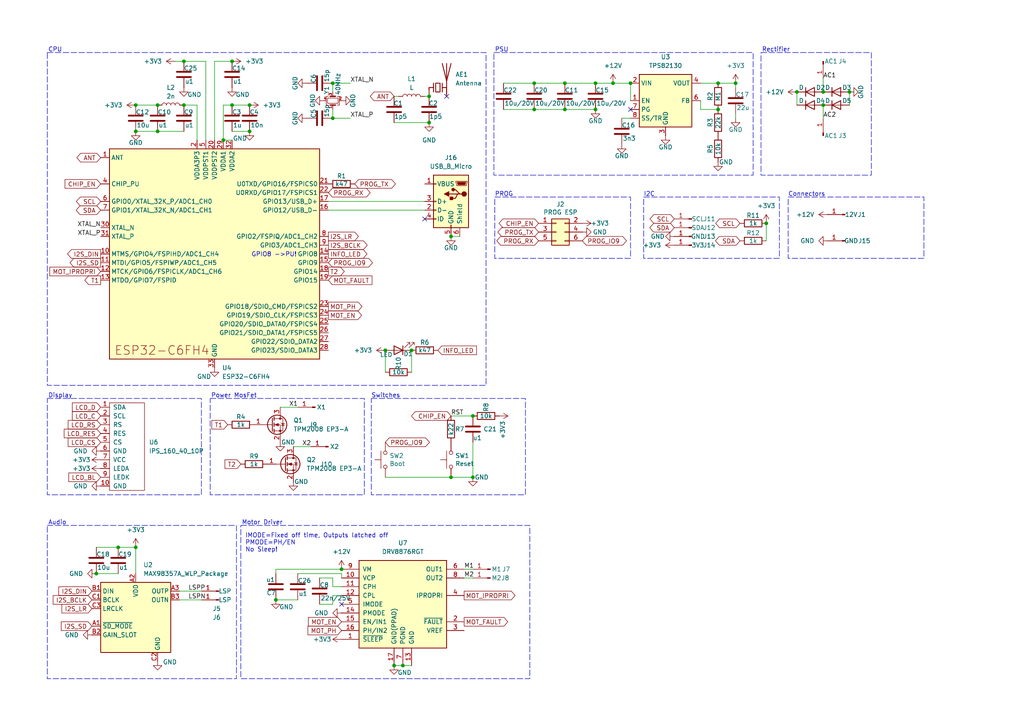
<source format=kicad_sch>
(kicad_sch (version 20231120) (generator "eeschema") (generator_version "8.0")
  (paper "A4")
  (junction (at 80.01 173.99))
  (junction (at 34.29 158.75))
  (junction (at 238.76 26.67))
  (junction (at 172.72 31.75))
  (junction (at 64.77 40.64))
  (junction (at 222.25 64.77))
  (junction (at 154.94 31.75))
  (junction (at 182.88 24.13))
  (junction (at 130.81 68.58))
  (junction (at 137.16 120.65))
  (junction (at 45.72 38.1))
  (junction (at 111.76 101.6))
  (junction (at 124.46 27.94))
  (junction (at 172.72 24.13))
  (junction (at 39.37 30.48))
  (junction (at 27.94 166.37))
  (junction (at 72.39 38.1))
  (junction (at 99.06 165.1))
  (junction (at 213.36 24.13))
  (junction (at 130.81 138.43))
  (junction (at 208.28 24.13))
  (junction (at 39.37 38.1))
  (junction (at 45.72 30.48))
  (junction (at 124.46 35.56))
  (junction (at 96.52 24.13))
  (junction (at 119.38 101.6))
  (junction (at 177.8 24.13))
  (junction (at 231.14 26.67))
  (junction (at 208.28 31.75))
  (junction (at 39.37 158.75))
  (junction (at 53.34 17.78))
  (junction (at 53.34 30.48))
  (junction (at 154.94 24.13))
  (junction (at 137.16 138.43))
  (junction (at 163.83 24.13))
  (junction (at 238.76 30.48))
  (junction (at 67.31 17.78))
  (junction (at 114.3 193.04))
  (junction (at 67.31 30.48))
  (junction (at 163.83 31.75))
  (junction (at 72.39 30.48))
  (junction (at 116.84 193.04))
  (junction (at 246.38 26.67))
  (junction (at 96.52 34.29))
  (no_connect (at 182.88 31.75))
  (no_connect (at 123.19 63.5))
  (no_connect (at 129.54 27.94))
  (no_connect (at 99.06 175.26))
  (wire (pts (xy 80.01 173.99) (xy 86.36 173.99)))
  (wire (pts (xy 163.83 31.75) (xy 172.72 31.75)))
  (wire (pts (xy 130.81 138.43) (xy 137.16 138.43)))
  (wire (pts (xy 133.35 68.58) (xy 130.81 68.58)))
  (wire (pts (xy 92.71 167.64) (xy 96.52 167.64)))
  (wire (pts (xy 177.8 24.13) (xy 182.88 24.13)))
  (wire (pts (xy 96.52 34.29) (xy 101.6 34.29)))
  (wire (pts (xy 137.16 167.64) (xy 134.62 167.64)))
  (wire (pts (xy 85.09 129.54) (xy 90.17 129.54)))
  (wire (pts (xy 96.52 24.13) (xy 101.6 24.13)))
  (wire (pts (xy 114.3 193.04) (xy 116.84 193.04)))
  (wire (pts (xy 182.88 24.13) (xy 182.88 29.21)))
  (wire (pts (xy 137.16 165.1) (xy 134.62 165.1)))
  (wire (pts (xy 62.23 40.64) (xy 62.23 17.78)))
  (wire (pts (xy 203.2 24.13) (xy 208.28 24.13)))
  (wire (pts (xy 64.77 40.64) (xy 67.31 40.64)))
  (wire (pts (xy 154.94 31.75) (xy 163.83 31.75)))
  (wire (pts (xy 67.31 38.1) (xy 72.39 38.1)))
  (wire (pts (xy 130.81 120.65) (xy 137.16 120.65)))
  (wire (pts (xy 39.37 30.48) (xy 45.72 30.48)))
  (wire (pts (xy 58.42 171.45) (xy 52.07 171.45)))
  (wire (pts (xy 27.94 166.37) (xy 34.29 166.37)))
  (wire (pts (xy 203.2 29.21) (xy 203.2 31.75)))
  (wire (pts (xy 146.05 31.75) (xy 154.94 31.75)))
  (wire (pts (xy 213.36 34.29) (xy 213.36 33.02)))
  (wire (pts (xy 231.14 26.67) (xy 231.14 30.48)))
  (wire (pts (xy 50.8 17.78) (xy 53.34 17.78)))
  (wire (pts (xy 57.15 30.48) (xy 57.15 40.64)))
  (wire (pts (xy 180.34 34.29) (xy 182.88 34.29)))
  (wire (pts (xy 59.69 40.64) (xy 59.69 17.78)))
  (wire (pts (xy 96.52 172.72) (xy 96.52 175.26)))
  (wire (pts (xy 208.28 24.13) (xy 213.36 24.13)))
  (wire (pts (xy 238.76 22.86) (xy 238.76 26.67)))
  (wire (pts (xy 57.15 30.48) (xy 53.34 30.48)))
  (wire (pts (xy 81.28 118.11) (xy 86.36 118.11)))
  (wire (pts (xy 99.06 172.72) (xy 96.52 172.72)))
  (wire (pts (xy 124.46 27.94) (xy 123.19 27.94)))
  (wire (pts (xy 203.2 31.75) (xy 208.28 31.75)))
  (wire (pts (xy 80.01 165.1) (xy 99.06 165.1)))
  (wire (pts (xy 58.42 173.99) (xy 52.07 173.99)))
  (wire (pts (xy 99.06 166.37) (xy 99.06 167.64)))
  (wire (pts (xy 80.01 166.37) (xy 80.01 165.1)))
  (wire (pts (xy 39.37 38.1) (xy 45.72 38.1)))
  (wire (pts (xy 111.76 101.6) (xy 111.76 107.95)))
  (wire (pts (xy 146.05 24.13) (xy 154.94 24.13)))
  (wire (pts (xy 34.29 158.75) (xy 27.94 158.75)))
  (wire (pts (xy 95.25 60.96) (xy 123.19 60.96)))
  (wire (pts (xy 86.36 166.37) (xy 99.06 166.37)))
  (wire (pts (xy 163.83 24.13) (xy 172.72 24.13)))
  (wire (pts (xy 67.31 30.48) (xy 72.39 30.48)))
  (wire (pts (xy 213.36 25.4) (xy 213.36 24.13)))
  (wire (pts (xy 111.76 138.43) (xy 130.81 138.43)))
  (wire (pts (xy 62.23 17.78) (xy 67.31 17.78)))
  (wire (pts (xy 119.38 101.6) (xy 119.38 107.95)))
  (wire (pts (xy 64.77 40.64) (xy 64.77 30.48)))
  (wire (pts (xy 96.52 170.18) (xy 96.52 167.64)))
  (wire (pts (xy 115.57 27.94) (xy 114.3 27.94)))
  (wire (pts (xy 154.94 24.13) (xy 163.83 24.13)))
  (wire (pts (xy 39.37 166.37) (xy 39.37 158.75)))
  (wire (pts (xy 45.72 38.1) (xy 53.34 38.1)))
  (wire (pts (xy 64.77 30.48) (xy 67.31 30.48)))
  (wire (pts (xy 222.25 64.77) (xy 222.25 69.85)))
  (wire (pts (xy 172.72 24.13) (xy 177.8 24.13)))
  (wire (pts (xy 92.71 175.26) (xy 96.52 175.26)))
  (wire (pts (xy 95.25 58.42) (xy 123.19 58.42)))
  (wire (pts (xy 238.76 34.29) (xy 238.76 30.48)))
  (wire (pts (xy 246.38 26.67) (xy 246.38 30.48)))
  (wire (pts (xy 96.52 26.67) (xy 96.52 24.13)))
  (wire (pts (xy 137.16 128.27) (xy 137.16 138.43)))
  (wire (pts (xy 116.84 193.04) (xy 119.38 193.04)))
  (wire (pts (xy 39.37 158.75) (xy 34.29 158.75)))
  (wire (pts (xy 96.52 34.29) (xy 96.52 31.75)))
  (wire (pts (xy 53.34 17.78) (xy 59.69 17.78)))
  (wire (pts (xy 99.06 170.18) (xy 96.52 170.18)))
  (wire (pts (xy 172.72 30.48) (xy 172.72 31.75)))
  (wire (pts (xy 124.46 35.56) (xy 114.3 35.56)))
  (rectangle (start 69.85 152.4) (end 153.67 196.85) (stroke (width 0) (type dash)))
  (rectangle (start 143.256 15.24) (end 218.44 50.8) (stroke (width 0) (type dash)))
  (rectangle (start 186.69 57.15) (end 226.06 74.93) (stroke (width 0) (type dash)))
  (rectangle (start 220.726 15.24) (end 252.73 50.8) (stroke (width 0) (type dash)))
  (rectangle (start 107.696 115.57) (end 152.4 143.51) (stroke (width 0) (type dash)))
  (rectangle (start 60.96 115.57) (end 105.664 143.51) (stroke (width 0) (type dash)))
  (rectangle (start 133.35 152.4) (end 133.35 152.4))
  (rectangle (start 13.716 115.57) (end 58.42 143.51) (stroke (width 0) (type dash)))
  (rectangle (start 13.716 152.4) (end 68.58 196.85) (stroke (width 0) (type dash)))
  (rectangle (start 13.716 15.24) (end 140.97 111.76) (stroke (width 0) (type dash)))
  (rectangle (start 228.6 57.15) (end 267.97 74.93) (stroke (width 0) (type dash)))
  (rectangle (start 143.51 57.15) (end 182.88 74.93) (stroke (width 0) (type dash)))
  (text "IMODE=Fixed off time, Outputs latched off\nPMODE=PH/EN\nNo Sleep!" (at 71.12 157.48 0) (effects (font (size 1.27 1.27)) (justify left)))
  (text "I2C" (at 186.69 57.15 0) (effects (font (size 1.27 1.27)) (justify left bottom)))
  (text "Rectifier" (at 220.98 15.24 0) (effects (font (size 1.27 1.27)) (justify left bottom)))
  (text "Connectors" (at 228.6 57.15 0) (effects (font (size 1.27 1.27)) (justify left bottom)))
  (text "PSU" (at 143.51 15.24 0) (effects (font (size 1.27 1.27)) (justify left bottom)))
  (text "CPU" (at 13.97 15.24 0) (effects (font (size 1.27 1.27)) (justify left bottom)))
  (text "Switches" (at 107.696 115.57 0) (effects (font (size 1.27 1.27)) (justify left bottom)))
  (text "Display" (at 13.97 115.57 0) (effects (font (size 1.27 1.27)) (justify left bottom)))
  (text "Audio" (at 13.97 152.4 0) (effects (font (size 1.27 1.27)) (justify left bottom)))
  (text "GPIO8 ->PU!" (at 79.502 73.914 0) (effects (font (size 1.27 1.27))))
  (text "Power MosFet" (at 61.214 115.57 0) (effects (font (size 1.27 1.27)) (justify left bottom)))
  (text "Motor Driver" (at 70.104 152.4 0) (effects (font (size 1.27 1.27)) (justify left bottom)))
  (text "PROG" (at 143.51 57.15 0) (effects (font (size 1.27 1.27)) (justify left bottom)))
  (label "M1" (at 134.62 165.1 0))
  (label "LSPP" (at 54.61 171.45 0))
  (label "XTAL_P" (at 101.6 34.29 0))
  (label "LSPN" (at 54.61 173.99 0))
  (label "AC2" (at 238.76 34.29 0))
  (label "RST" (at 130.81 120.65 0))
  (label "XTAL_N" (at 29.21 66.04 180))
  (label "X1" (at 83.82 118.11 0))
  (label "M2" (at 134.62 167.64 0))
  (label "X2" (at 87.63 129.54 0))
  (label "AC1" (at 238.76 22.86 0))
  (label "XTAL_P" (at 29.21 68.58 180))
  (label "XTAL_N" (at 101.6 24.13 0))
  (global_label "PROG_IO9" (shape bidirectional) (at 95.25 76.2 0) (property "Intersheetrefs" "${INTERSHEET_REFS}" (effects (hide yes))))
  (global_label "PROG_IO9" (shape bidirectional) (at 168.91 69.85 0) (property "Intersheetrefs" "${INTERSHEET_REFS}" (effects (hide yes))))
  (global_label "LCD_D" (shape input) (at 29.21 118.11 180) (property "Intersheetrefs" "${INTERSHEET_REFS}" (effects (hide yes))))
  (global_label "SCL" (shape bidirectional) (at 214.63 64.77 180) (property "Intersheetrefs" "${INTERSHEET_REFS}" (effects (hide yes))))
  (global_label "I2S_LR" (shape input) (at 26.67 176.53 180) (property "Intersheetrefs" "${INTERSHEET_REFS}" (effects (hide yes))))
  (global_label "CHIP_EN" (shape bidirectional) (at 130.81 120.65 180) (property "Intersheetrefs" "${INTERSHEET_REFS}" (effects (hide yes))))
  (global_label "SDA" (shape bidirectional) (at 214.63 69.85 180) (property "Intersheetrefs" "${INTERSHEET_REFS}" (effects (hide yes))))
  (global_label "I2S_DIN" (shape output) (at 29.21 73.66 180) (property "Intersheetrefs" "${INTERSHEET_REFS}" (effects (hide yes))))
  (global_label "CHIP_EN" (shape input) (at 29.21 53.34 180) (property "Intersheetrefs" "${INTERSHEET_REFS}" (effects (hide yes))))
  (global_label "T2" (shape output) (at 95.25 78.74 0) (property "Intersheetrefs" "${INTERSHEET_REFS}" (effects (hide yes))))
  (global_label "I2S_SD" (shape output) (at 29.21 76.2 180) (property "Intersheetrefs" "${INTERSHEET_REFS}" (effects (hide yes))))
  (global_label "PROG_IO9" (shape bidirectional) (at 111.76 128.27 0) (property "Intersheetrefs" "${INTERSHEET_REFS}" (effects (hide yes))))
  (global_label "MOT_FAULT" (shape input) (at 95.25 81.28 0) (property "Intersheetrefs" "${INTERSHEET_REFS}" (effects (hide yes))))
  (global_label "ANT" (shape bidirectional) (at 114.3 27.94 180) (property "Intersheetrefs" "${INTERSHEET_REFS}" (effects (hide yes))))
  (global_label "ANT" (shape bidirectional) (at 29.21 45.72 180) (property "Intersheetrefs" "${INTERSHEET_REFS}" (effects (hide yes))))
  (global_label "INFO_LED" (shape output) (at 95.25 73.66 0) (property "Intersheetrefs" "${INTERSHEET_REFS}" (effects (hide yes))))
  (global_label "I2S_BCLK" (shape input) (at 26.67 173.99 180) (property "Intersheetrefs" "${INTERSHEET_REFS}" (effects (hide yes))))
  (global_label "MOT_PH" (shape output) (at 95.25 88.9 0) (property "Intersheetrefs" "${INTERSHEET_REFS}" (effects (hide yes))))
  (global_label "SDA" (shape bidirectional) (at 29.21 60.96 180) (property "Intersheetrefs" "${INTERSHEET_REFS}" (effects (hide yes))))
  (global_label "MOT_IPROPRI" (shape output) (at 134.62 172.72 0) (property "Intersheetrefs" "${INTERSHEET_REFS}" (effects (hide yes))))
  (global_label "LCD_BL" (shape input) (at 29.21 138.43 180) (property "Intersheetrefs" "${INTERSHEET_REFS}" (effects (hide yes))))
  (global_label "MOT_IPROPRI" (shape input) (at 29.21 78.74 180) (property "Intersheetrefs" "${INTERSHEET_REFS}" (effects (hide yes))))
  (global_label "INFO_LED" (shape input) (at 127 101.6 0) (property "Intersheetrefs" "${INTERSHEET_REFS}" (effects (hide yes))))
  (global_label "T2" (shape input) (at 69.85 134.62 180) (property "Intersheetrefs" "${INTERSHEET_REFS}" (effects (hide yes))))
  (global_label "LCD_C" (shape input) (at 29.21 120.65 180) (property "Intersheetrefs" "${INTERSHEET_REFS}" (effects (hide yes))))
  (global_label "LCD_RES" (shape input) (at 29.21 125.73 180) (property "Intersheetrefs" "${INTERSHEET_REFS}" (effects (hide yes))))
  (global_label "MOT_FAULT" (shape output) (at 134.62 180.34 0) (property "Intersheetrefs" "${INTERSHEET_REFS}" (effects (hide yes))))
  (global_label "SCL" (shape bidirectional) (at 195.58 63.5 180) (property "Intersheetrefs" "${INTERSHEET_REFS}" (effects (hide yes))))
  (global_label "I2S_SD" (shape input) (at 26.67 181.61 180) (property "Intersheetrefs" "${INTERSHEET_REFS}" (effects (hide yes))))
  (global_label "I2S_DIN" (shape input) (at 26.67 171.45 180) (property "Intersheetrefs" "${INTERSHEET_REFS}" (effects (hide yes))))
  (global_label "MOT_PH" (shape input) (at 99.06 182.88 180) (property "Intersheetrefs" "${INTERSHEET_REFS}" (effects (hide yes))))
  (global_label "SDA" (shape bidirectional) (at 195.58 66.04 180) (property "Intersheetrefs" "${INTERSHEET_REFS}" (effects (hide yes))))
  (global_label "T1" (shape input) (at 66.04 123.19 180) (property "Intersheetrefs" "${INTERSHEET_REFS}" (effects (hide yes))))
  (global_label "SCL" (shape bidirectional) (at 29.21 58.42 180) (property "Intersheetrefs" "${INTERSHEET_REFS}" (effects (hide yes))))
  (global_label "PROG_RX" (shape bidirectional) (at 156.21 69.85 180) (property "Intersheetrefs" "${INTERSHEET_REFS}" (effects (hide yes))))
  (global_label "LCD_RS" (shape input) (at 29.21 123.19 180) (property "Intersheetrefs" "${INTERSHEET_REFS}" (effects (hide yes))))
  (global_label "I2S_BCLK" (shape output) (at 95.25 71.12 0) (property "Intersheetrefs" "${INTERSHEET_REFS}" (effects (hide yes))))
  (global_label "I2S_LR" (shape output) (at 95.25 68.58 0) (property "Intersheetrefs" "${INTERSHEET_REFS}" (effects (hide yes))))
  (global_label "CHIP_EN" (shape bidirectional) (at 156.21 64.77 180) (property "Intersheetrefs" "${INTERSHEET_REFS}" (effects (hide yes))))
  (global_label "MOT_EN" (shape input) (at 99.06 180.34 180) (property "Intersheetrefs" "${INTERSHEET_REFS}" (effects (hide yes))))
  (global_label "PROG_TX" (shape bidirectional) (at 156.21 67.31 180) (property "Intersheetrefs" "${INTERSHEET_REFS}" (effects (hide yes))))
  (global_label "LCD_CS" (shape input) (at 29.21 128.27 180) (property "Intersheetrefs" "${INTERSHEET_REFS}" (effects (hide yes))))
  (global_label "PROG_TX" (shape bidirectional) (at 102.87 53.34 0) (property "Intersheetrefs" "${INTERSHEET_REFS}" (effects (hide yes))))
  (global_label "PROG_RX" (shape bidirectional) (at 95.25 55.88 0) (property "Intersheetrefs" "${INTERSHEET_REFS}" (effects (hide yes))))
  (global_label "MOT_EN" (shape output) (at 95.25 91.44 0) (property "Intersheetrefs" "${INTERSHEET_REFS}" (effects (hide yes))))
  (global_label "T1" (shape output) (at 29.21 81.28 180) (property "Intersheetrefs" "${INTERSHEET_REFS}" (effects (hide yes))))
  (symbol (lib_id "power:GND") (at 246.38 26.67 90) (unit 1)
    (property "Reference" "#PWR02" (effects (hide yes)))
    (property "Value" "GND" (at 249.682 26.67 0))
    (property "Description" "Power symbol creates a global label with name \"GND\" , ground" (effects (hide yes)))
  )
  (symbol (lib_id "power:+3V3") (at 39.37 30.48 90) (unit 1)
    (property "Reference" "#PWR012" (effects (hide yes)))
    (property "Value" "+3V3" (at 35.56 30.4799 90) (effects (justify left)))
    (property "Description" "Power symbol creates a global label with name \"+3V3\"" (effects (hide yes)))
  )
  (symbol (lib_id "power:+3V3") (at 29.21 133.35 90) (unit 1)
    (property "Reference" "#PWR047" (effects (hide yes)))
    (property "Value" "+3V3" (at 23.622 133.35 90))
    (property "Description" "Power symbol creates a global label with name \"+3V3\"" (effects (hide yes)))
  )
  (symbol (lib_id "power:GND") (at 130.81 68.58 0) (unit 1)
    (property "Reference" "#PWR030" (effects (hide yes)))
    (property "Value" "GND" (at 130.81 71.882 0))
    (property "Description" "Power symbol creates a global label with name \"GND\" , ground" (effects (hide yes)))
  )
  (symbol (lib_id "Device:D") (at 242.57 26.67 0) (unit 1)
    (property "Reference" "D3" (at 245.618 25.4 0))
    (property "Value" "D" (at 240.03 25.4 0))
    (property "Footprint" "liebler_SEMICONDUCTORS:D_SOD-123F_smaller" (effects (hide yes)))
    (property "Description" "Diode" (effects (hide yes)))
    (property "Sim.Device" "D" (effects (hide yes)))
    (property "Sim.Pins" "1=K 2=A" (effects (hide yes)))
  )
  (symbol (lib_id "Device:D") (at 242.57 30.48 0) (unit 1)
    (property "Reference" "D5" (at 245.618 29.21 0))
    (property "Value" "D" (at 240.03 29.21 0))
    (property "Footprint" "liebler_SEMICONDUCTORS:D_SOD-123F_smaller" (effects (hide yes)))
    (property "Description" "Diode" (effects (hide yes)))
    (property "Sim.Device" "D" (effects (hide yes)))
    (property "Sim.Pins" "1=K 2=A" (effects (hide yes)))
  )
  (symbol (lib_id "power:GND") (at 39.37 38.1 0) (unit 1)
    (property "Reference" "#PWR010" (effects (hide yes)))
    (property "Value" "GND" (at 39.37 41.402 0))
    (property "Description" "Power symbol creates a global label with name \"GND\" , ground" (effects (hide yes)))
  )
  (symbol (lib_id "liebler_SEMICONDUCTORS:MAX98357A_WLP_Package") (at 39.37 179.07 0) (unit 1)
    (property "Reference" "U2" (at 41.5641 163.83 0) (effects (justify left)))
    (property "Value" "MAX98357A_WLP_Package" (at 41.5641 166.37 0) (effects (justify left)))
    (property "Footprint" "Package_BGA:WLP-9_1.448x1.468mm_Layout3x3_P0.4mm_Ball0.27mm_Pad0.25mm" (effects (hide yes)))
    (property "Datasheet" "https://www.analog.com/media/en/technical-documentation/data-sheets/MAX98357A-MAX98357B.pdf" (effects (hide yes)))
    (property "Description" "Mono DAC with amplifier, I2S, PCM, TDM, 32-bit, 96khz, 3.2W, TQFP-16" (effects (hide yes)))
  )
  (symbol (lib_id "power:GND") (at 99.06 177.8 270) (unit 1)
    (property "Reference" "#PWR021" (effects (hide yes)))
    (property "Value" "GND" (at 95.25 177.7999 90) (effects (justify right)))
    (property "Description" "Power symbol creates a global label with name \"GND\" , ground" (effects (hide yes)))
  )
  (symbol (lib_id "Connector:Conn_01x01_Pin") (at 238.76 39.37 90) (unit 1)
    (property "Reference" "J3" (at 244.348 39.37 90))
    (property "Value" "AC1" (at 241.046 39.37 90))
    (property "Footprint" "Connector_Wire:SolderWirePad_1x01_SMD_1x2mm" (effects (hide yes)))
    (property "Description" "Generic connector, single row, 01x01, script generated" (effects (hide yes)))
  )
  (symbol (lib_id "Device:C") (at 67.31 21.59 0) (unit 1)
    (property "Reference" "C14" (at 67.31 19.812 0) (effects (justify left)))
    (property "Value" "u1" (at 67.564 23.622 0) (effects (justify left)))
    (property "Footprint" "liebler_PASSIVES:SMD0201" (effects (hide yes)))
    (property "Description" "Unpolarized capacitor" (effects (hide yes)))
  )
  (symbol (lib_id "Device:D") (at 234.95 30.48 0) (unit 1)
    (property "Reference" "D4" (at 237.998 29.21 0))
    (property "Value" "D" (at 232.41 29.21 0))
    (property "Footprint" "liebler_SEMICONDUCTORS:D_SOD-123F_smaller" (effects (hide yes)))
    (property "Description" "Diode" (effects (hide yes)))
    (property "Sim.Device" "D" (effects (hide yes)))
    (property "Sim.Pins" "1=K 2=A" (effects (hide yes)))
  )
  (symbol (lib_id "power:+12V") (at 231.14 26.67 90) (unit 1)
    (property "Reference" "#PWR029" (effects (hide yes)))
    (property "Value" "+12V" (at 227.33 26.6699 90) (effects (justify left)))
    (property "Description" "Power symbol creates a global label with name \"+12V\"" (effects (hide yes)))
  )
  (symbol (lib_id "power:+3V3") (at 222.25 64.77 0) (unit 1)
    (property "Reference" "#PWR014" (effects (hide yes)))
    (property "Value" "+3V3" (at 222.25 59.69 0))
    (property "Description" "Power symbol creates a global label with name \"+3V3\"" (effects (hide yes)))
  )
  (symbol (lib_id "Connector:Conn_01x01_Pin") (at 142.24 165.1 180) (unit 1)
    (property "Reference" "J7" (at 146.812 165.1 0))
    (property "Value" "M1" (at 144.018 165.1 0))
    (property "Footprint" "Connector_Wire:SolderWirePad_1x01_SMD_1x2mm" (effects (hide yes)))
    (property "Description" "Generic connector, single row, 01x01, script generated" (effects (hide yes)))
  )
  (symbol (lib_id "Device:R") (at 123.19 101.6 90) (unit 1)
    (property "Reference" "R6" (at 123.19 99.314 90))
    (property "Value" "k47" (at 123.19 101.6 90))
    (property "Footprint" "liebler_PASSIVES:SMD0201" (effects (hide yes)))
    (property "Description" "Resistor" (effects (hide yes)))
  )
  (symbol (lib_id "Device:C") (at 92.71 24.13 90) (unit 1)
    (property "Reference" "C6" (at 90.932 24.13 0) (effects (justify left)))
    (property "Value" "15p" (at 94.742 23.876 0) (effects (justify left)))
    (property "Footprint" "liebler_PASSIVES:SMD0201" (effects (hide yes)))
    (property "Description" "Unpolarized capacitor" (effects (hide yes)))
  )
  (symbol (lib_id "Connector:Conn_01x01_Pin") (at 63.5 171.45 180) (unit 1)
    (property "Reference" "J5" (at 62.865 176.53 0))
    (property "Value" "LSP" (at 65.278 171.45 0))
    (property "Footprint" "Connector_Wire:SolderWirePad_1x01_SMD_1x2mm" (effects (hide yes)))
    (property "Description" "Generic connector, single row, 01x01, script generated" (effects (hide yes)))
  )
  (symbol (lib_id "Device:C") (at 172.72 27.94 0) (unit 1)
    (property "Reference" "C15" (at 172.72 26.162 0) (effects (justify left)))
    (property "Value" "10u/20V" (at 172.974 29.972 0) (effects (justify left)))
    (property "Footprint" "liebler_PASSIVES:SMD0402" (effects (hide yes)))
    (property "Description" "Unpolarized capacitor" (effects (hide yes)))
  )
  (symbol (lib_id "power:GND") (at 93.98 29.21 270) (unit 1)
    (property "Reference" "#PWR06" (effects (hide yes)))
    (property "Value" "GND" (at 90.678 29.21 0))
    (property "Description" "Power symbol creates a global label with name \"GND\" , ground" (effects (hide yes)))
  )
  (symbol (lib_id "power:GND") (at 172.72 31.75 0) (unit 1)
    (property "Reference" "#PWR027" (effects (hide yes)))
    (property "Value" "GND" (at 172.72 35.052 0))
    (property "Description" "Power symbol creates a global label with name \"GND\" , ground" (effects (hide yes)))
  )
  (symbol (lib_id "Switch:SW_Push") (at 130.81 133.35 90) (unit 1)
    (property "Reference" "SW1" (at 132.0292 132.1816 90) (effects (justify right)))
    (property "Value" "Reset" (at 132.0292 134.493 90) (effects (justify right)))
    (property "Footprint" "liebler_MECH:SW_SPST_TL3342_smaller_handsolder" (effects (hide yes)))
  )
  (symbol (lib_id "Device:Crystal_GND24_Small") (at 96.52 29.21 90) (unit 1)
    (property "Reference" "Y1" (at 94.742 26.162 0))
    (property "Value" "40MHz" (at 98.044 24.384 0))
    (property "Footprint" "Crystal:Crystal_SMD_2016-4Pin_2.0x1.6mm" (effects (hide yes)))
    (property "Datasheet" "C7294703" (effects (hide yes)))
    (property "Description" "Four pin crystal, GND on pins 2 and 4, small symbol" (effects (hide yes)))
  )
  (symbol (lib_id "Connector:Conn_01x01_Pin") (at 200.66 68.58 180) (unit 1)
    (property "Reference" "J13" (at 205.74 68.58 0))
    (property "Value" "GND" (at 202.438 68.58 0))
    (property "Footprint" "Connector_Wire:SolderWirePad_1x01_SMD_1x2mm" (effects (hide yes)))
    (property "Description" "Generic connector, single row, 01x01, script generated" (effects (hide yes)))
  )
  (symbol (lib_id "power:GND") (at 240.03 69.85 270) (unit 1)
    (property "Reference" "#PWR042" (effects (hide yes)))
    (property "Value" "GND" (at 236.22 69.8499 90) (effects (justify right)))
    (property "Description" "Power symbol creates a global label with name \"GND\" , ground" (effects (hide yes)))
  )
  (symbol (lib_id "Device:C") (at 92.71 34.29 90) (unit 1)
    (property "Reference" "C5" (at 90.932 34.29 0) (effects (justify left)))
    (property "Value" "15p" (at 94.742 34.036 0) (effects (justify left)))
    (property "Footprint" "liebler_PASSIVES:SMD0201" (effects (hide yes)))
    (property "Description" "Unpolarized capacitor" (effects (hide yes)))
  )
  (symbol (lib_id "Device:C") (at 72.39 34.29 0) (unit 1)
    (property "Reference" "C4" (at 72.39 32.512 0) (effects (justify left)))
    (property "Value" "10n" (at 72.644 36.322 0) (effects (justify left)))
    (property "Footprint" "liebler_PASSIVES:SMD0201" (effects (hide yes)))
    (property "Description" "Unpolarized capacitor" (effects (hide yes)))
  )
  (symbol (lib_id "power:GND") (at 195.58 68.58 270) (unit 1)
    (property "Reference" "#PWR011" (effects (hide yes)))
    (property "Value" "GND" (at 190.754 68.58 90))
    (property "Description" "Power symbol creates a global label with name \"GND\" , ground" (effects (hide yes)))
  )
  (symbol (lib_id "Connector:Conn_01x01_Pin") (at 95.25 129.54 180) (unit 1)
    (property "Reference" "J10" (at 94.615 134.62 0))
    (property "Value" "X2" (at 97.028 129.54 0))
    (property "Footprint" "Connector_Wire:SolderWirePad_1x01_SMD_1x2mm" (effects (hide yes)))
    (property "Description" "Generic connector, single row, 01x01, script generated" (effects (hide yes)))
  )
  (symbol (lib_id "power:GND") (at 137.16 138.43 0) (unit 1)
    (property "Reference" "#PWR024" (effects (hide yes)))
    (property "Value" "GND" (at 139.7 138.43 0))
    (property "Description" "Power symbol creates a global label with name \"GND\" , ground" (effects (hide yes)))
  )
  (symbol (lib_id "Device:R") (at 73.66 134.62 90) (unit 1)
    (property "Reference" "R9" (at 73.66 132.334 90))
    (property "Value" "1k" (at 73.66 134.62 90))
    (property "Footprint" "liebler_PASSIVES:SMD0201" (effects (hide yes)))
    (property "Description" "Resistor" (effects (hide yes)))
  )
  (symbol (lib_id "Device:L") (at 49.53 30.48 90) (unit 1)
    (property "Reference" "L2" (at 49.53 25.4 90))
    (property "Value" "2n" (at 49.53 27.94 90))
    (property "Footprint" "liebler_PASSIVES:SMD0201" (effects (hide yes)))
    (property "Description" "Inductor" (effects (hide yes)))
  )
  (symbol (lib_id "Device:R") (at 130.81 124.46 180) (unit 1)
    (property "Reference" "R7" (at 133.35 124.46 0))
    (property "Value" "k22" (at 130.81 124.46 90))
    (property "Footprint" "liebler_PASSIVES:SMD0201" (effects (hide yes)))
  )
  (symbol (lib_id "Device:C") (at 180.34 38.1 0) (unit 1)
    (property "Reference" "C16" (at 180.34 36.322 0) (effects (justify left)))
    (property "Value" "3n3" (at 180.594 40.132 0) (effects (justify left)))
    (property "Footprint" "liebler_PASSIVES:SMD0201" (effects (hide yes)))
    (property "Description" "Unpolarized capacitor" (effects (hide yes)))
  )
  (symbol (lib_id "Device:L") (at 119.38 27.94 270) (mirror x) (unit 1)
    (property "Reference" "L1" (at 119.38 22.86 90))
    (property "Value" "L" (at 119.38 25.4 90))
    (property "Footprint" "liebler_PASSIVES:SMD0201" (effects (hide yes)))
    (property "Description" "Inductor" (effects (hide yes)))
  )
  (symbol (lib_id "Device:C") (at 163.83 27.94 0) (unit 1)
    (property "Reference" "C11" (at 163.83 26.162 0) (effects (justify left)))
    (property "Value" "10u/20V" (at 164.084 29.972 0) (effects (justify left)))
    (property "Footprint" "Capacitor_SMD:C_0805_2012Metric" (effects (hide yes)))
    (property "Description" "Unpolarized capacitor" (effects (hide yes)))
  )
  (symbol (lib_id "Connector:Conn_01x01_Pin") (at 200.66 63.5 180) (unit 1)
    (property "Reference" "J11" (at 205.74 63.5 0))
    (property "Value" "SCL" (at 202.438 63.5 0))
    (property "Footprint" "Connector_Wire:SolderWirePad_1x01_SMD_1x2mm" (effects (hide yes)))
    (property "Description" "Generic connector, single row, 01x01, script generated" (effects (hide yes)))
  )
  (symbol (lib_id "Connector:Conn_01x01_Pin") (at 200.66 71.12 180) (unit 1)
    (property "Reference" "J14" (at 205.74 71.12 0))
    (property "Value" "3V3" (at 202.438 71.12 0))
    (property "Footprint" "Connector_Wire:SolderWirePad_1x01_SMD_1x2mm" (effects (hide yes)))
    (property "Description" "Generic connector, single row, 01x01, script generated" (effects (hide yes)))
  )
  (symbol (lib_id "Device:C") (at 114.3 31.75 0) (mirror y) (unit 1)
    (property "Reference" "C1" (at 116.84 29.972 0) (effects (justify left)))
    (property "Value" "1p5" (at 118.11 33.782 0) (effects (justify left)))
    (property "Footprint" "liebler_PASSIVES:SMD0201" (effects (hide yes)))
    (property "Description" "Unpolarized capacitor" (effects (hide yes)))
  )
  (symbol (lib_id "power:+3V3") (at 111.76 101.6 90) (unit 1)
    (property "Reference" "#PWR034" (effects (hide yes)))
    (property "Value" "+3V3" (at 107.95 101.5999 90) (effects (justify left)))
    (property "Description" "Power symbol creates a global label with name \"+3V3\"" (effects (hide yes)))
  )
  (symbol (lib_id "Device:R") (at 140.97 120.65 270) (unit 1)
    (property "Reference" "R8" (at 140.97 118.11 0))
    (property "Value" "10k" (at 140.97 120.65 90))
    (property "Footprint" "liebler_PASSIVES:SMD0201" (effects (hide yes)))
  )
  (symbol (lib_id "Espressif:ESP32-C6FH4") (at 62.23 73.66 0) (unit 1)
    (property "Reference" "U4" (at 64.4241 106.68 0) (effects (justify left)))
    (property "Value" "ESP32-C6FH4" (at 64.4241 109.22 0) (effects (justify left)))
    (property "Footprint" "Package_DFN_QFN:QFN-32-1EP_5x5mm_P0.5mm_EP3.6x3.6mm" (effects (hide yes)))
    (property "Datasheet" "https://www.espressif.com/sites/default/files/documentation/esp32-c6_datasheet_en.pdf" (effects (hide yes)))
    (property "Description" "ESP32-C6, ultra-low-power SoC with RISC-V single-core microprocessor,2.4 GHz Wi-Fi 6 (802.11 ax), Bluetooth 5 (LE), Zigbee and Thread (802.15.4),QFN-32" (effects (hide yes)))
  )
  (symbol (lib_id "Device:R") (at 208.28 43.18 180) (unit 1)
    (property "Reference" "R5" (at 205.994 43.18 90))
    (property "Value" "10k" (at 208.28 43.18 90))
    (property "Footprint" "liebler_PASSIVES:SMD0201" (effects (hide yes)))
    (property "Description" "Resistor" (effects (hide yes)))
  )
  (symbol (lib_id "power:GND") (at 114.3 193.04 0) (unit 1)
    (property "Reference" "#PWR019" (effects (hide yes)))
    (property "Value" "GND" (at 117.348 195.072 0))
    (property "Description" "Power symbol creates a global label with name \"GND\" , ground" (effects (hide yes)))
  )
  (symbol (lib_id "liebler_SEMICONDUCTORS:DRV8876RGT") (at 116.84 175.26 0) (unit 1)
    (property "Reference" "U7" (at 116.84 157.48 0))
    (property "Value" "DRV8876RGT" (at 116.84 160.02 0))
    (property "Footprint" "Package_DFN_QFN:UQFN-16-1EP_3x3mm_P0.5mm_EP1.75x1.75mm" (effects (hide yes)))
    (property "Datasheet" "https://www.ti.com/product/de-de/DRV8876" (effects (hide yes)))
    (property "Description" "H-Bridge Motor Driver, WQFN-16" (effects (hide yes)))
  )
  (symbol (lib_id "Device:D") (at 234.95 26.67 0) (unit 1)
    (property "Reference" "D2" (at 237.998 25.4 0))
    (property "Value" "D" (at 232.41 25.4 0))
    (property "Footprint" "liebler_SEMICONDUCTORS:D_SOD-123F_smaller" (effects (hide yes)))
    (property "Description" "Diode" (effects (hide yes)))
    (property "Sim.Device" "D" (effects (hide yes)))
    (property "Sim.Pins" "1=K 2=A" (effects (hide yes)))
  )
  (symbol (lib_id "Connector:Conn_01x01_Pin") (at 245.11 69.85 180) (unit 1)
    (property "Reference" "J15" (at 250.698 69.85 0))
    (property "Value" "GND" (at 246.888 69.85 0))
    (property "Footprint" "Connector_Wire:SolderWirePad_1x01_SMD_1x2mm" (effects (hide yes)))
    (property "Description" "Generic connector, single row, 01x01, script generated" (effects (hide yes)))
  )
  (symbol (lib_id "power:GND") (at 124.46 35.56 0) (mirror y) (unit 1)
    (property "Reference" "#PWR01" (effects (hide yes)))
    (property "Value" "GND" (at 124.46 40.64 0))
    (property "Description" "Power symbol creates a global label with name \"GND\" , ground" (effects (hide yes)))
  )
  (symbol (lib_id "power:GND") (at 80.01 173.99 0) (unit 1)
    (property "Reference" "#PWR020" (effects (hide yes)))
    (property "Value" "GND" (at 83.058 176.022 0))
    (property "Description" "Power symbol creates a global label with name \"GND\" , ground" (effects (hide yes)))
  )
  (symbol (lib_id "power:+3V3") (at 99.06 185.42 90) (unit 1)
    (property "Reference" "#PWR022" (effects (hide yes)))
    (property "Value" "+3V3" (at 93.472 185.42 90))
    (property "Description" "Power symbol creates a global label with name \"+3V3\"" (effects (hide yes)))
  )
  (symbol (lib_id "Device:R") (at 69.85 123.19 90) (unit 1)
    (property "Reference" "R4" (at 69.85 120.904 90))
    (property "Value" "1k" (at 69.85 123.19 90))
    (property "Footprint" "liebler_PASSIVES:SMD0201" (effects (hide yes)))
    (property "Description" "Resistor" (effects (hide yes)))
  )
  (symbol (lib_id "Connector:Conn_01x01_Pin") (at 200.66 66.04 180) (unit 1)
    (property "Reference" "J12" (at 205.74 66.04 0))
    (property "Value" "SDA" (at 202.438 66.04 0))
    (property "Footprint" "Connector_Wire:SolderWirePad_1x01_SMD_1x2mm" (effects (hide yes)))
    (property "Description" "Generic connector, single row, 01x01, script generated" (effects (hide yes)))
  )
  (symbol (lib_id "Device:R") (at 99.06 53.34 90) (unit 1)
    (property "Reference" "R1" (at 99.06 51.054 90))
    (property "Value" "k47" (at 99.06 53.34 90))
    (property "Footprint" "liebler_PASSIVES:SMD0201" (effects (hide yes)))
    (property "Description" "Resistor" (effects (hide yes)))
  )
  (symbol (lib_id "Device:C") (at 213.36 29.21 0) (unit 1)
    (property "Reference" "C17" (at 213.36 27.432 0) (effects (justify left)))
    (property "Value" "22u" (at 213.614 31.242 0) (effects (justify left)))
    (property "Footprint" "liebler_PASSIVES:SMD0402" (effects (hide yes)))
    (property "Description" "Unpolarized capacitor" (effects (hide yes)))
  )
  (symbol (lib_id "Connector:USB_B_Micro") (at 130.81 58.42 0) (mirror y) (unit 1)
    (property "Reference" "J16" (at 130.81 45.72 0))
    (property "Value" "USB_B_Micro" (at 130.81 48.26 0))
    (property "Footprint" "Connector_USB:USB_Micro-B_Amphenol_10104110_Horizontal" (effects (hide yes)))
    (property "Description" "USB Micro Type B connector" (effects (hide yes)))
  )
  (symbol (lib_id "power:GND") (at 193.04 39.37 0) (unit 1)
    (property "Reference" "#PWR018" (effects (hide yes)))
    (property "Value" "GND" (at 193.04 42.672 0))
    (property "Description" "Power symbol creates a global label with name \"GND\" , ground" (effects (hide yes)))
  )
  (symbol (lib_id "Device:C") (at 80.01 170.18 180) (unit 1)
    (property "Reference" "C7" (at 80.01 171.958 0) (effects (justify left)))
    (property "Value" "u1" (at 79.756 168.148 0) (effects (justify left)))
    (property "Footprint" "liebler_PASSIVES:SMD0201" (effects (hide yes)))
    (property "Description" "Unpolarized capacitor" (effects (hide yes)))
  )
  (symbol (lib_id "Device:C") (at 86.36 170.18 0) (unit 1)
    (property "Reference" "C26" (at 86.36 168.402 0) (effects (justify left)))
    (property "Value" "u1" (at 86.614 172.212 0) (effects (justify left)))
    (property "Footprint" "liebler_PASSIVES:SMD0201" (effects (hide yes)))
    (property "Description" "Unpolarized capacitor" (effects (hide yes)))
  )
  (symbol (lib_id "power:+3V3") (at 168.91 64.77 270) (unit 1)
    (property "Reference" "#PWR025" (effects (hide yes)))
    (property "Value" "+3V3" (at 173.99 64.77 90))
    (property "Description" "Power symbol creates a global label with name \"+3V3\"" (effects (hide yes)))
  )
  (symbol (lib_id "power:+3V3") (at 50.8 17.78 90) (unit 1)
    (property "Reference" "#PWR033" (effects (hide yes)))
    (property "Value" "+3V3" (at 46.99 17.7799 90) (effects (justify left)))
    (property "Description" "Power symbol creates a global label with name \"+3V3\"" (effects (hide yes)))
  )
  (symbol (lib_id "Device:R") (at 208.28 27.94 180) (unit 1)
    (property "Reference" "R2" (at 205.994 27.94 90))
    (property "Value" "M1" (at 208.28 27.94 90))
    (property "Footprint" "liebler_PASSIVES:SMD0201" (effects (hide yes)))
    (property "Description" "Resistor" (effects (hide yes)))
  )
  (symbol (lib_id "power:GND") (at 88.9 24.13 270) (unit 1)
    (property "Reference" "#PWR09" (effects (hide yes)))
    (property "Value" "GND" (at 85.598 24.13 0))
    (property "Description" "Power symbol creates a global label with name \"GND\" , ground" (effects (hide yes)))
  )
  (symbol (lib_id "power:GND") (at 26.67 184.15 270) (unit 1)
    (property "Reference" "#PWR040" (effects (hide yes)))
    (property "Value" "GND" (at 22.86 184.1499 90) (effects (justify right)))
    (property "Description" "Power symbol creates a global label with name \"GND\" , ground" (effects (hide yes)))
  )
  (symbol (lib_id "Device:R") (at 218.44 64.77 90) (unit 1)
    (property "Reference" "R11" (at 218.44 62.484 90))
    (property "Value" "1k" (at 218.44 64.77 90))
    (property "Footprint" "liebler_PASSIVES:SMD0201" (effects (hide yes)))
    (property "Description" "Resistor" (effects (hide yes)))
  )
  (symbol (lib_id "Connector_Generic:Conn_02x03_Odd_Even") (at 161.29 67.31 0) (unit 1)
    (property "Reference" "J2" (at 162.56 59.2582 0))
    (property "Value" "PROG ESP" (at 162.56 61.5696 0))
    (property "Footprint" "Connector:Tag-Connect_TC2030-IDC-NL_2x03_P1.27mm_Vertical" (effects (hide yes)))
  )
  (symbol (lib_id "power:GND") (at 99.06 29.21 90) (unit 1)
    (property "Reference" "#PWR07" (effects (hide yes)))
    (property "Value" "GND" (at 102.362 29.21 0))
    (property "Description" "Power symbol creates a global label with name \"GND\" , ground" (effects (hide yes)))
  )
  (symbol (lib_id "power:GND") (at 208.28 46.99 0) (unit 1)
    (property "Reference" "#PWR013" (effects (hide yes)))
    (property "Value" "GND" (at 210.566 46.99 0))
    (property "Description" "Power symbol creates a global label with name \"GND\" , ground" (effects (hide yes)))
  )
  (symbol (lib_id "power:+3V3") (at 144.78 120.65 270) (unit 1)
    (property "Reference" "#PWR023" (effects (hide yes)))
    (property "Value" "+3V3" (at 145.796 124.714 0))
    (property "Description" "Power symbol creates a global label with name \"+3V3\"" (effects (hide yes)))
  )
  (symbol (lib_id "power:+3V3") (at 195.58 71.12 90) (unit 1)
    (property "Reference" "#PWR050" (effects (hide yes)))
    (property "Value" "+3V3" (at 191.77 71.1199 90) (effects (justify left)))
    (property "Description" "Power symbol creates a global label with name \"+3V3\"" (effects (hide yes)))
  )
  (symbol (lib_id "Device:C") (at 27.94 162.56 0) (unit 1)
    (property "Reference" "C18" (at 27.94 160.782 0) (effects (justify left)))
    (property "Value" "10u" (at 28.194 164.592 0) (effects (justify left)))
    (property "Footprint" "liebler_PASSIVES:SMD0402" (effects (hide yes)))
    (property "Description" "Unpolarized capacitor" (effects (hide yes)))
  )
  (symbol (lib_id "power:+12V") (at 99.06 165.1 0) (unit 1)
    (property "Reference" "#PWR028" (effects (hide yes)))
    (property "Value" "+12V" (at 99.06 160.02 0))
    (property "Description" "Power symbol creates a global label with name \"+12V\"" (effects (hide yes)))
  )
  (symbol (lib_id "power:+3V3") (at 39.37 158.75 0) (unit 1)
    (property "Reference" "#PWR038" (effects (hide yes)))
    (property "Value" "+3V3" (at 39.37 153.67 0))
    (property "Description" "Power symbol creates a global label with name \"+3V3\"" (effects (hide yes)))
  )
  (symbol (lib_id "Device:C") (at 53.34 21.59 0) (unit 1)
    (property "Reference" "C25" (at 53.34 19.812 0) (effects (justify left)))
    (property "Value" "u1" (at 53.594 23.622 0) (effects (justify left)))
    (property "Footprint" "liebler_PASSIVES:SMD0201" (effects (hide yes)))
    (property "Description" "Unpolarized capacitor" (effects (hide yes)))
  )
  (symbol (lib_id "Device:R") (at 218.44 69.85 90) (unit 1)
    (property "Reference" "R12" (at 218.44 67.564 90))
    (property "Value" "1k" (at 218.44 69.85 90))
    (property "Footprint" "liebler_PASSIVES:SMD0201" (effects (hide yes)))
    (property "Description" "Resistor" (effects (hide yes)))
  )
  (symbol (lib_id "power:GND") (at 67.31 25.4 0) (unit 1)
    (property "Reference" "#PWR016" (effects (hide yes)))
    (property "Value" "GND" (at 70.358 27.432 0))
    (property "Description" "Power symbol creates a global label with name \"GND\" , ground" (effects (hide yes)))
  )
  (symbol (lib_id "Connector:Conn_01x01_Pin") (at 63.5 173.99 180) (unit 1)
    (property "Reference" "J6" (at 62.865 179.07 0))
    (property "Value" "LSP" (at 65.278 173.99 0))
    (property "Footprint" "Connector_Wire:SolderWirePad_1x01_SMD_1x2mm" (effects (hide yes)))
    (property "Description" "Generic connector, single row, 01x01, script generated" (effects (hide yes)))
  )
  (symbol (lib_id "Device:R") (at 208.28 35.56 180) (unit 1)
    (property "Reference" "R3" (at 205.994 35.56 90))
    (property "Value" "22k" (at 208.28 35.56 90))
    (property "Footprint" "liebler_PASSIVES:SMD0201" (effects (hide yes)))
    (property "Description" "Resistor" (effects (hide yes)))
  )
  (symbol (lib_id "power:GND") (at 168.91 67.31 90) (unit 1)
    (property "Reference" "#PWR026" (effects (hide yes)))
    (property "Value" "GND" (at 173.99 67.31 90))
    (property "Description" "Power symbol creates a global label with name \"GND\" , ground" (effects (hide yes)))
  )
  (symbol (lib_id "power:GND") (at 88.9 34.29 270) (unit 1)
    (property "Reference" "#PWR08" (effects (hide yes)))
    (property "Value" "GND" (at 85.598 34.29 0))
    (property "Description" "Power symbol creates a global label with name \"GND\" , ground" (effects (hide yes)))
  )
  (symbol (lib_id "Regulator_Switching:TPS82130") (at 193.04 29.21 0) (unit 1)
    (property "Reference" "U3" (at 193.04 16.51 0))
    (property "Value" "TPS82130" (at 193.04 19.05 0))
    (property "Footprint" "Package_LGA:Texas_SIL0008D_MicroSiP-8-1EP_2.8x3mm_P0.65mm_EP1.1x1.9mm_ThermalVias" (effects (hide yes)))
    (property "Datasheet" "http://www.ti.com/lit/ds/symlink/tps82130.pdf" (effects (hide yes)))
    (property "Description" "17V Input 3A Step-Down Converter MicroSiP Module with Integrated Inductor, μSiL-8" (effects (hide yes)))
  )
  (symbol (lib_id "Device:Q_NMOS_GSD") (at 82.55 134.62 0) (unit 1)
    (property "Reference" "Q2" (at 88.9 133.3499 0) (effects (justify left)))
    (property "Value" "TPM2008 EP3-A" (at 88.9 135.8899 0) (effects (justify left)))
    (property "Footprint" "Package_DFN_QFN:Diodes_DFN1006-3" (effects (hide yes)))
    (property "Description" "N-MOSFET transistor, gate/source/drain" (effects (hide yes)))
  )
  (symbol (lib_id "power:GND") (at 53.34 25.4 0) (unit 1)
    (property "Reference" "#PWR032" (effects (hide yes)))
    (property "Value" "GND" (at 56.388 27.432 0))
    (property "Description" "Power symbol creates a global label with name \"GND\" , ground" (effects (hide yes)))
  )
  (symbol (lib_id "Connector:Conn_01x01_Pin") (at 245.11 62.23 180) (unit 1)
    (property "Reference" "J1" (at 249.936 62.23 0))
    (property "Value" "12V" (at 246.888 62.23 0))
    (property "Footprint" "Connector_Wire:SolderWirePad_1x01_SMD_1x2mm" (effects (hide yes)))
    (property "Description" "Generic connector, single row, 01x01, script generated" (effects (hide yes)))
  )
  (symbol (lib_id "power:+3V3") (at 67.31 17.78 270) (unit 1)
    (property "Reference" "#PWR015" (effects (hide yes)))
    (property "Value" "+3V3" (at 71.12 17.7799 90) (effects (justify left)))
    (property "Description" "Power symbol creates a global label with name \"+3V3\"" (effects (hide yes)))
  )
  (symbol (lib_id "power:+3V3") (at 72.39 30.48 270) (unit 1)
    (property "Reference" "#PWR04" (effects (hide yes)))
    (property "Value" "+3V3" (at 76.2 30.4799 90) (effects (justify left)))
    (property "Description" "Power symbol creates a global label with name \"+3V3\"" (effects (hide yes)))
  )
  (symbol (lib_id "power:GND") (at 62.23 106.68 0) (unit 1)
    (property "Reference" "#PWR049" (effects (hide yes)))
    (property "Value" "GND" (at 59.182 109.22 0))
    (property "Description" "Power symbol creates a global label with name \"GND\" , ground" (effects (hide yes)))
  )
  (symbol (lib_id "Switch:SW_Push") (at 111.76 133.35 90) (unit 1)
    (property "Reference" "SW2" (at 112.9792 132.1816 90) (effects (justify right)))
    (property "Value" "Boot" (at 112.9792 134.493 90) (effects (justify right)))
    (property "Footprint" "liebler_MECH:SW_SPST_TL3342_smaller_handsolder" (effects (hide yes)))
  )
  (symbol (lib_id "power:+12V") (at 240.03 62.23 90) (unit 1)
    (property "Reference" "#PWR043" (effects (hide yes)))
    (property "Value" "+12V" (at 236.22 62.2299 90) (effects (justify left)))
    (property "Description" "Power symbol creates a global label with name \"+12V\"" (effects (hide yes)))
  )
  (symbol (lib_id "Device:Q_NMOS_GSD") (at 78.74 123.19 0) (unit 1)
    (property "Reference" "Q1" (at 85.09 121.9199 0) (effects (justify left)))
    (property "Value" "TPM2008 EP3-A" (at 85.09 124.4599 0) (effects (justify left)))
    (property "Footprint" "Package_DFN_QFN:Diodes_DFN1006-3" (effects (hide yes)))
    (property "Description" "N-MOSFET transistor, gate/source/drain" (effects (hide yes)))
  )
  (symbol (lib_id "Connector:Conn_01x01_Pin") (at 238.76 17.78 270) (unit 1)
    (property "Reference" "J4" (at 244.348 17.78 90))
    (property "Value" "AC1" (at 241.046 17.78 90))
    (property "Footprint" "Connector_Wire:SolderWirePad_1x01_SMD_1x2mm" (effects (hide yes)))
    (property "Description" "Generic connector, single row, 01x01, script generated" (effects (hide yes)))
  )
  (symbol (lib_id "Device:LED") (at 115.57 101.6 180) (unit 1)
    (property "Reference" "D1" (at 118.364 102.616 0))
    (property "Value" "LED" (at 112.014 102.87 0))
    (property "Footprint" "LED_SMD:LED_0402_1005Metric" (effects (hide yes)))
    (property "Description" "Light emitting diode" (effects (hide yes)))
  )
  (symbol (lib_id "Connector:Conn_01x01_Pin") (at 91.44 118.11 180) (unit 1)
    (property "Reference" "J9" (at 90.805 123.19 0))
    (property "Value" "X1" (at 93.218 118.11 0))
    (property "Footprint" "Connector_Wire:SolderWirePad_1x01_SMD_1x2mm" (effects (hide yes)))
    (property "Description" "Generic connector, single row, 01x01, script generated" (effects (hide yes)))
  )
  (symbol (lib_id "Device:C") (at 154.94 27.94 0) (unit 1)
    (property "Reference" "C20" (at 154.94 26.162 0) (effects (justify left)))
    (property "Value" "10u/20V" (at 155.194 29.972 0) (effects (justify left)))
    (property "Footprint" "liebler_PASSIVES:SMD0402" (effects (hide yes)))
    (property "Description" "Unpolarized capacitor" (effects (hide yes)))
  )
  (symbol (lib_id "Device:C") (at 67.31 34.29 0) (unit 1)
    (property "Reference" "C3" (at 67.31 32.512 0) (effects (justify left)))
    (property "Value" "1u" (at 67.564 36.322 0) (effects (justify left)))
    (property "Footprint" "liebler_PASSIVES:SMD0201" (effects (hide yes)))
    (property "Description" "Unpolarized capacitor" (effects (hide yes)))
  )
  (symbol (lib_id "power:GND") (at 180.34 41.91 0) (unit 1)
    (property "Reference" "#PWR017" (effects (hide yes)))
    (property "Value" "GND" (at 180.34 45.212 0))
    (property "Description" "Power symbol creates a global label with name \"GND\" , ground" (effects (hide yes)))
  )
  (symbol (lib_id "Device:Antenna_Chip") (at 127 25.4 0) (unit 1)
    (property "Reference" "AE1" (at 132.08 21.5899 0) (effects (justify left)))
    (property "Value" "Antenna" (at 132.08 24.1299 0) (effects (justify left)))
    (property "Footprint" "RF_Antenna:Johanson_2450AT18x100" (effects (hide yes)))
    (property "Description" "Ceramic chip antenna with pin for PCB trace" (effects (hide yes)))
  )
  (symbol (lib_id "Device:C") (at 45.72 34.29 0) (unit 1)
    (property "Reference" "C10" (at 45.72 32.512 0) (effects (justify left)))
    (property "Value" "u1" (at 45.974 36.322 0) (effects (justify left)))
    (property "Footprint" "liebler_PASSIVES:SMD0201" (effects (hide yes)))
    (property "Description" "Unpolarized capacitor" (effects (hide yes)))
  )
  (symbol (lib_id "power:GND") (at 45.72 191.77 0) (unit 1)
    (property "Reference" "#PWR037" (effects (hide yes)))
    (property "Value" "GND" (at 49.276 192.024 0))
    (property "Description" "Power symbol creates a global label with name \"GND\" , ground" (effects (hide yes)))
  )
  (symbol (lib_id "Device:C") (at 53.34 34.29 0) (unit 1)
    (property "Reference" "C9" (at 53.34 32.512 0) (effects (justify left)))
    (property "Value" "u1" (at 53.594 36.322 0) (effects (justify left)))
    (property "Footprint" "liebler_PASSIVES:SMD0201" (effects (hide yes)))
    (property "Description" "Unpolarized capacitor" (effects (hide yes)))
  )
  (symbol (lib_id "power:GND") (at 27.94 166.37 270) (unit 1)
    (property "Reference" "#PWR039" (effects (hide yes)))
    (property "Value" "GND" (at 24.13 166.3699 90) (effects (justify right)))
    (property "Description" "Power symbol creates a global label with name \"GND\" , ground" (effects (hide yes)))
  )
  (symbol (lib_id "power:GND") (at 213.36 34.29 0) (unit 1)
    (property "Reference" "#PWR031" (effects (hide yes)))
    (property "Value" "GND" (at 213.36 37.592 0))
    (property "Description" "Power symbol creates a global label with name \"GND\" , ground" (effects (hide yes)))
  )
  (symbol (lib_id "power:GND") (at 29.21 130.81 270) (unit 1)
    (property "Reference" "#PWR046" (effects (hide yes)))
    (property "Value" "GND" (at 25.4 130.8099 90) (effects (justify right)))
    (property "Description" "Power symbol creates a global label with name \"GND\" , ground" (effects (hide yes)))
  )
  (symbol (lib_id "Device:C") (at 92.71 171.45 0) (unit 1)
    (property "Reference" "C8" (at 92.71 169.672 0) (effects (justify left)))
    (property "Value" "22n/25V" (at 92.964 173.482 0) (effects (justify left)))
    (property "Footprint" "liebler_PASSIVES:SMD0201" (effects (hide yes)))
    (property "Description" "Unpolarized capacitor" (effects (hide yes)))
  )
  (symbol (lib_id "power:GND") (at 72.39 38.1 0) (unit 1)
    (property "Reference" "#PWR03" (effects (hide yes)))
    (property "Value" "GND" (at 69.596 40.132 0))
    (property "Description" "Power symbol creates a global label with name \"GND\" , ground" (effects (hide yes)))
  )
  (symbol (lib_id "Device:C") (at 39.37 34.29 0) (unit 1)
    (property "Reference" "C12" (at 39.37 32.512 0) (effects (justify left)))
    (property "Value" "10u" (at 39.624 36.322 0) (effects (justify left)))
    (property "Footprint" "liebler_PASSIVES:SMD0402" (effects (hide yes)))
    (property "Description" "Unpolarized capacitor" (effects (hide yes)))
  )
  (symbol (lib_id "power:+3V3") (at 213.36 24.13 0) (unit 1)
    (property "Reference" "#PWR036" (effects (hide yes)))
    (property "Value" "+3V3" (at 213.36 19.05 0))
    (property "Description" "Power symbol creates a global label with name \"+3V3\"" (effects (hide yes)))
  )
  (symbol (lib_id "power:+3V3") (at 29.21 135.89 90) (unit 1)
    (property "Reference" "#PWR048" (effects (hide yes)))
    (property "Value" "+3V3" (at 23.622 135.89 90))
    (property "Description" "Power symbol creates a global label with name \"+3V3\"" (effects (hide yes)))
  )
  (symbol (lib_id "Device:C") (at 124.46 31.75 0) (mirror y) (unit 1)
    (property "Reference" "C2" (at 127 29.972 0) (effects (justify left)))
    (property "Value" "1p5" (at 128.27 33.782 0) (effects (justify left)))
    (property "Footprint" "liebler_PASSIVES:SMD0201" (effects (hide yes)))
    (property "Description" "Unpolarized capacitor" (effects (hide yes)))
  )
  (symbol (lib_id "power:GND") (at 85.09 139.7 0) (unit 1)
    (property "Reference" "#PWR05" (effects (hide yes)))
    (property "Value" "GND" (at 87.376 139.7 0))
    (property "Description" "Power symbol creates a global label with name \"GND\" , ground" (effects (hide yes)))
  )
  (symbol (lib_id "Device:C") (at 137.16 124.46 0) (unit 1)
    (property "Reference" "C21" (at 140.208 124.46 0) (effects (justify left)))
    (property "Value" "u1" (at 137.16 127 0) (effects (justify left)))
    (property "Footprint" "liebler_PASSIVES:SMD0201" (effects (hide yes)))
  )
  (symbol (lib_id "Device:R") (at 115.57 107.95 270) (unit 1)
    (property "Reference" "R10" (at 115.57 105.41 0))
    (property "Value" "10k" (at 115.57 107.95 90))
    (property "Footprint" "liebler_PASSIVES:SMD0201" (effects (hide yes)))
  )
  (symbol (lib_id "Device:C") (at 34.29 162.56 0) (unit 1)
    (property "Reference" "C19" (at 34.29 160.782 0) (effects (justify left)))
    (property "Value" "u1" (at 34.544 164.592 0) (effects (justify left)))
    (property "Footprint" "liebler_PASSIVES:SMD0201" (effects (hide yes)))
    (property "Description" "Unpolarized capacitor" (effects (hide yes)))
  )
  (symbol (lib_id "Device:C") (at 146.05 27.94 0) (unit 1)
    (property "Reference" "C22" (at 146.05 26.162 0) (effects (justify left)))
    (property "Value" "10u/20V" (at 146.304 29.972 0) (effects (justify left)))
    (property "Footprint" "liebler_PASSIVES:SMD0402" (effects (hide yes)))
    (property "Description" "Unpolarized capacitor" (effects (hide yes)))
  )
  (symbol (lib_id "power:GND") (at 29.21 140.97 270) (unit 1)
    (property "Reference" "#PWR045" (effects (hide yes)))
    (property "Value" "GND" (at 25.4 140.9699 90) (effects (justify right)))
    (property "Description" "Power symbol creates a global label with name \"GND\" , ground" (effects (hide yes)))
  )
  (symbol (lib_id "power:GND") (at 81.28 128.27 0) (unit 1)
    (property "Reference" "#PWR035" (effects (hide yes)))
    (property "Value" "GND" (at 83.566 128.27 0))
    (property "Description" "Power symbol creates a global label with name \"GND\" , ground" (effects (hide yes)))
  )
  (symbol (lib_id "liebler_OPTO:IPS_160_40_10P") (at 36.83 129.54 0) (unit 1)
    (property "Reference" "U6" (at 43.18 128.2699 0) (effects (justify left)))
    (property "Value" "IPS_160_40_10P" (at 43.18 130.8099 0) (effects (justify left)))
    (property "Footprint" "liebler_OPTO:IPS LCD 0.99 40x160" (effects (hide yes)))
  )
  (symbol (lib_id "Connector:Conn_01x01_Pin") (at 142.24 167.64 180) (unit 1)
    (property "Reference" "J8" (at 146.558 167.64 0))
    (property "Value" "M2" (at 144.018 167.64 0))
    (property "Footprint" "Connector_Wire:SolderWirePad_1x01_SMD_1x2mm" (effects (hide yes)))
    (property "Description" "Generic connector, single row, 01x01, script generated" (effects (hide yes)))
  )
  (symbol (lib_id "power:+12V") (at 177.8 24.13 0) (unit 1)
    (property "Reference" "#PWR041" (effects (hide yes)))
    (property "Value" "+12V" (at 177.8 19.05 0))
    (property "Description" "Power symbol creates a global label with name \"+12V\"" (effects (hide yes)))
  )
)
</source>
